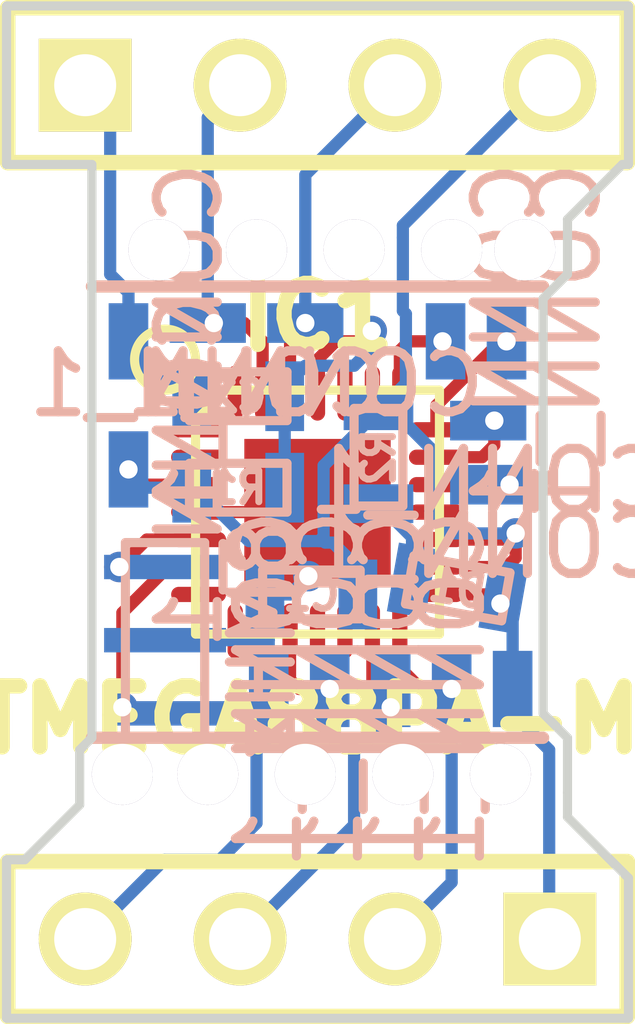
<source format=kicad_pcb>
(kicad_pcb (version 3) (host pcbnew "(2013-mar-13)-testing")

  (general
    (links 36)
    (no_connects 0)
    (area 138.526 87.6514 155.674 108.3486)
    (thickness 1.6)
    (drawings 28)
    (tracks 154)
    (zones 0)
    (modules 32)
    (nets 28)
  )

  (page A4)
  (layers
    (15 F.Cu signal)
    (0 B.Cu signal)
    (16 B.Adhes user)
    (17 F.Adhes user)
    (18 B.Paste user)
    (19 F.Paste user)
    (20 B.SilkS user)
    (21 F.SilkS user)
    (22 B.Mask user)
    (23 F.Mask user)
    (24 Dwgs.User user)
    (25 Cmts.User user)
    (26 Eco1.User user)
    (27 Eco2.User user)
    (28 Edge.Cuts user)
  )

  (setup
    (last_trace_width 0.2)
    (trace_clearance 0.199)
    (zone_clearance 0.508)
    (zone_45_only no)
    (trace_min 0.2)
    (segment_width 0.2)
    (edge_width 0.15)
    (via_size 0.5)
    (via_drill 0.3)
    (via_min_size 0.5)
    (via_min_drill 0.3)
    (uvia_size 0.508)
    (uvia_drill 0.127)
    (uvias_allowed no)
    (uvia_min_size 0.508)
    (uvia_min_drill 0.127)
    (pcb_text_width 0.3)
    (pcb_text_size 1 1)
    (mod_edge_width 0.15)
    (mod_text_size 1 1)
    (mod_text_width 0.15)
    (pad_size 1 1)
    (pad_drill 1)
    (pad_to_mask_clearance 0)
    (aux_axis_origin 147 98)
    (visible_elements 7FFFFF1F)
    (pcbplotparams
      (layerselection 3178497)
      (usegerberextensions true)
      (excludeedgelayer true)
      (linewidth 0.150000)
      (plotframeref false)
      (viasonmask false)
      (mode 1)
      (useauxorigin false)
      (hpglpennumber 1)
      (hpglpenspeed 20)
      (hpglpendiameter 15)
      (hpglpenoverlay 2)
      (psnegative false)
      (psa4output false)
      (plotreference true)
      (plotvalue true)
      (plotothertext true)
      (plotinvisibletext false)
      (padsonsilk false)
      (subtractmaskfromsilk false)
      (outputformat 1)
      (mirror false)
      (drillshape 1)
      (scaleselection 1)
      (outputdirectory ""))
  )

  (net 0 "")
  (net 1 /A0)
  (net 2 /A1)
  (net 3 /A2)
  (net 4 /A3)
  (net 5 /D11/MOSI)
  (net 6 /D12/MISO)
  (net 7 /D13/SCK)
  (net 8 /D8)
  (net 9 /DTR)
  (net 10 /RX)
  (net 11 /TX)
  (net 12 GND)
  (net 13 N-000001)
  (net 14 N-0000010)
  (net 15 N-0000012)
  (net 16 N-000002)
  (net 17 N-0000020)
  (net 18 N-0000021)
  (net 19 N-0000024)
  (net 20 N-0000027)
  (net 21 N-000003)
  (net 22 N-000004)
  (net 23 N-000005)
  (net 24 N-000006)
  (net 25 N-000007)
  (net 26 N-000008)
  (net 27 VCC)

  (net_class Default "This is the default net class."
    (clearance 0.199)
    (trace_width 0.2)
    (via_dia 0.5)
    (via_drill 0.3)
    (uvia_dia 0.508)
    (uvia_drill 0.127)
    (add_net "")
    (add_net /A0)
    (add_net /A1)
    (add_net /A2)
    (add_net /A3)
    (add_net /D11/MOSI)
    (add_net /D12/MISO)
    (add_net /D13/SCK)
    (add_net /D8)
    (add_net /DTR)
    (add_net /RX)
    (add_net /TX)
    (add_net GND)
    (add_net N-000001)
    (add_net N-0000010)
    (add_net N-0000012)
    (add_net N-000002)
    (add_net N-0000020)
    (add_net N-0000021)
    (add_net N-0000024)
    (add_net N-0000027)
    (add_net N-000003)
    (add_net N-000004)
    (add_net N-000005)
    (add_net N-000006)
    (add_net N-000007)
    (add_net N-000008)
    (add_net VCC)
  )

  (module 0603 (layer B.Cu) (tedit 51715D35) (tstamp 5362CC63)
    (at 149.3 99.25 350)
    (path /5362AE35)
    (attr smd)
    (fp_text reference D1 (at 0 0 350) (layer B.SilkS)
      (effects (font (size 0.508 0.4572) (thickness 0.1143)) (justify mirror))
    )
    (fp_text value LED (at 0 0 350) (layer B.SilkS) hide
      (effects (font (size 0.508 0.4572) (thickness 0.1143)) (justify mirror))
    )
    (fp_line (start -0.8 0.4) (end 0.8 0.4) (layer B.SilkS) (width 0.15))
    (fp_line (start 0.8 0.4) (end 0.8 -0.4) (layer B.SilkS) (width 0.15))
    (fp_line (start 0.8 -0.4) (end -0.8 -0.4) (layer B.SilkS) (width 0.15))
    (fp_line (start -0.8 -0.4) (end -0.8 0.4) (layer B.SilkS) (width 0.15))
    (pad 1 smd rect (at -0.762 0 350) (size 0.635 1.143)
      (layers B.Cu B.Paste B.Mask)
      (net 20 N-0000027)
    )
    (pad 2 smd rect (at 0.762 0 350) (size 0.635 1.143)
      (layers B.Cu B.Paste B.Mask)
      (net 7 /D13/SCK)
    )
    (model smd\resistors\R0603.wrl
      (at (xyz 0 0 0.001))
      (scale (xyz 0.5 0.5 0.5))
      (rotate (xyz 0 0 0))
    )
  )

  (module QFN28 (layer F.Cu) (tedit 5362B8E5) (tstamp 5362C8B8)
    (at 147 98)
    (path /5362B454)
    (fp_text reference IC1 (at 0 -3.2) (layer F.SilkS)
      (effects (font (size 1.00076 1.00076) (thickness 0.3048)))
    )
    (fp_text value ATMEGA88PA-MM (at 0 3.4) (layer F.SilkS)
      (effects (font (size 1.00076 1.00076) (thickness 0.3048)))
    )
    (fp_circle (center -2.5 -2.5) (end -2.5 -2) (layer F.SilkS) (width 0.15))
    (fp_line (start -2 2) (end -2 -1.5) (layer F.SilkS) (width 0.15))
    (fp_line (start -2 -1.5) (end -1.5 -2) (layer F.SilkS) (width 0.15))
    (fp_line (start -1.5 -2) (end 2 -2) (layer F.SilkS) (width 0.15))
    (fp_line (start -2 2) (end 2 2) (layer F.SilkS) (width 0.15))
    (fp_line (start 2 2) (end 2 -2) (layer F.SilkS) (width 0.15))
    (pad 1 smd oval (at -1.95 -1.35) (size 0.9 0.25)
      (layers F.Cu F.Paste F.Mask)
      (net 16 N-000002)
    )
    (pad 2 smd oval (at -1.95 -0.9) (size 0.9 0.25)
      (layers F.Cu F.Paste F.Mask)
      (net 21 N-000003)
    )
    (pad 3 smd oval (at -1.95 -0.45) (size 0.9 0.25)
      (layers F.Cu F.Paste F.Mask)
      (net 27 VCC)
    )
    (pad 4 smd oval (at -1.95 0) (size 0.9 0.25)
      (layers F.Cu F.Paste F.Mask)
      (net 12 GND)
    )
    (pad 5 smd oval (at -1.95 0.45) (size 0.9 0.25)
      (layers F.Cu F.Paste F.Mask)
      (net 22 N-000004)
    )
    (pad 6 smd oval (at -1.95 0.9) (size 0.9 0.25)
      (layers F.Cu F.Paste F.Mask)
      (net 14 N-0000010)
    )
    (pad 7 smd oval (at -1.95 1.35) (size 0.9 0.25)
      (layers F.Cu F.Paste F.Mask)
      (net 23 N-000005)
    )
    (pad 8 smd oval (at -1.35 1.95 90) (size 0.9 0.25)
      (layers F.Cu F.Paste F.Mask)
      (net 24 N-000006)
    )
    (pad 9 smd oval (at -0.9 1.95 90) (size 0.9 0.25)
      (layers F.Cu F.Paste F.Mask)
      (net 13 N-000001)
    )
    (pad 10 smd oval (at -0.45 1.95 90) (size 0.9 0.25)
      (layers F.Cu F.Paste F.Mask)
      (net 8 /D8)
    )
    (pad 11 smd oval (at 0 1.95 90) (size 0.9 0.25)
      (layers F.Cu F.Paste F.Mask)
      (net 25 N-000007)
    )
    (pad 12 smd oval (at 0.45 1.95 90) (size 0.9 0.25)
      (layers F.Cu F.Paste F.Mask)
      (net 26 N-000008)
    )
    (pad 13 smd oval (at 0.9 1.95 90) (size 0.9 0.25)
      (layers F.Cu F.Paste F.Mask)
      (net 5 /D11/MOSI)
    )
    (pad 14 smd oval (at 1.35 1.95 90) (size 0.9 0.25)
      (layers F.Cu F.Paste F.Mask)
      (net 6 /D12/MISO)
    )
    (pad 15 smd oval (at 1.95 1.35) (size 0.9 0.25)
      (layers F.Cu F.Paste F.Mask)
      (net 7 /D13/SCK)
    )
    (pad 16 smd oval (at 1.95 0.9) (size 0.9 0.25)
      (layers F.Cu F.Paste F.Mask)
      (net 27 VCC)
    )
    (pad 17 smd oval (at 1.95 0.45) (size 0.9 0.25)
      (layers F.Cu F.Paste F.Mask)
      (net 27 VCC)
    )
    (pad 18 smd oval (at 1.95 0) (size 0.9 0.25)
      (layers F.Cu F.Paste F.Mask)
      (net 12 GND)
    )
    (pad 19 smd oval (at 1.95 -0.45) (size 0.9 0.25)
      (layers F.Cu F.Paste F.Mask)
      (net 1 /A0)
    )
    (pad 20 smd oval (at 1.95 -0.9) (size 0.9 0.25)
      (layers F.Cu F.Paste F.Mask)
      (net 2 /A1)
    )
    (pad 21 smd oval (at 1.95 -1.35) (size 0.9 0.25)
      (layers F.Cu F.Paste F.Mask)
      (net 3 /A2)
    )
    (pad 22 smd oval (at 1.35 -1.95 90) (size 0.9 0.25)
      (layers F.Cu F.Paste F.Mask)
      (net 4 /A3)
    )
    (pad 23 smd oval (at 0.9 -1.95 90) (size 0.9 0.25)
      (layers F.Cu F.Paste F.Mask)
      (net 15 N-0000012)
    )
    (pad 24 smd oval (at 0.45 -1.95 90) (size 0.9 0.25)
      (layers F.Cu F.Paste F.Mask)
      (net 17 N-0000020)
    )
    (pad 25 smd oval (at 0 -1.95 90) (size 0.9 0.25)
      (layers F.Cu F.Paste F.Mask)
      (net 18 N-0000021)
    )
    (pad 26 smd oval (at -0.45 -1.95 90) (size 0.9 0.25)
      (layers F.Cu F.Paste F.Mask)
      (net 10 /RX)
    )
    (pad 27 smd oval (at -0.9 -1.95 90) (size 0.9 0.25)
      (layers F.Cu F.Paste F.Mask)
      (net 11 /TX)
    )
    (pad 28 smd oval (at -1.35 -1.95 90) (size 0.9 0.25)
      (layers F.Cu F.Paste F.Mask)
      (net 19 N-0000024)
    )
    (pad 0 smd rect (at 0 0) (size 2.4 2.4)
      (layers F.Cu F.Paste F.Mask)
      (net 12 GND)
    )
    (model smd/qfn28.wrl
      (at (xyz 0 0 0))
      (scale (xyz 1 1 1))
      (rotate (xyz 0 0 0))
    )
  )

  (module conn_1_0.65x1.25mm (layer B.Cu) (tedit 5362B223) (tstamp 5362C8BD)
    (at 147.2 100.9 270)
    (path /5362AE9B)
    (fp_text reference P1 (at 0 -1 270) (layer B.SilkS) hide
      (effects (font (size 1 1) (thickness 0.15)) (justify mirror))
    )
    (fp_text value CONN_1 (at 0 1 270) (layer B.SilkS)
      (effects (font (size 1 1) (thickness 0.15)) (justify mirror))
    )
    (pad 1 smd rect (at 0 0 270) (size 1.25 0.65)
      (layers B.Cu B.Mask)
      (net 8 /D8)
    )
  )

  (module conn_1_0.65x1.25mm (layer B.Cu) (tedit 5362B223) (tstamp 5362C8C2)
    (at 148.2 100.9 90)
    (path /5362AE95)
    (fp_text reference P2 (at 0 -1 90) (layer B.SilkS) hide
      (effects (font (size 1 1) (thickness 0.15)) (justify mirror))
    )
    (fp_text value CONN_1 (at 0 1 90) (layer B.SilkS)
      (effects (font (size 1 1) (thickness 0.15)) (justify mirror))
    )
    (pad 1 smd rect (at 0 0 90) (size 1.25 0.65)
      (layers B.Cu B.Mask)
      (net 5 /D11/MOSI)
    )
  )

  (module conn_1_0.65x1.25mm (layer B.Cu) (tedit 5362B223) (tstamp 5362C8C7)
    (at 149.2 100.9 270)
    (path /5362AE8F)
    (fp_text reference P3 (at 0 -1 270) (layer B.SilkS) hide
      (effects (font (size 1 1) (thickness 0.15)) (justify mirror))
    )
    (fp_text value CONN_1 (at 0 1 270) (layer B.SilkS)
      (effects (font (size 1 1) (thickness 0.15)) (justify mirror))
    )
    (pad 1 smd rect (at 0 0 270) (size 1.25 0.65)
      (layers B.Cu B.Mask)
      (net 6 /D12/MISO)
    )
  )

  (module conn_1_0.65x1.25mm (layer B.Cu) (tedit 5362B223) (tstamp 5362C8CC)
    (at 150.2 100.9 270)
    (path /5362AE78)
    (fp_text reference P4 (at 0 -1 270) (layer B.SilkS) hide
      (effects (font (size 1 1) (thickness 0.15)) (justify mirror))
    )
    (fp_text value CONN_1 (at 0 1 270) (layer B.SilkS)
      (effects (font (size 1 1) (thickness 0.15)) (justify mirror))
    )
    (pad 1 smd rect (at 0 0 270) (size 1.25 0.65)
      (layers B.Cu B.Mask)
      (net 7 /D13/SCK)
    )
  )

  (module conn_1_0.65x1.25mm (layer B.Cu) (tedit 5362B223) (tstamp 5362C8D1)
    (at 149.8 97.55)
    (path /5362AEB3)
    (fp_text reference P5 (at 0 -1) (layer B.SilkS) hide
      (effects (font (size 1 1) (thickness 0.15)) (justify mirror))
    )
    (fp_text value CONN_1 (at 0 1) (layer B.SilkS)
      (effects (font (size 1 1) (thickness 0.15)) (justify mirror))
    )
    (pad 1 smd rect (at 0 0) (size 1.25 0.65)
      (layers B.Cu B.Mask)
      (net 1 /A0)
    )
  )

  (module conn_1_0.65x1.25mm (layer B.Cu) (tedit 5362B223) (tstamp 5362C8D6)
    (at 149.8 96.5)
    (path /5362AEAD)
    (fp_text reference P6 (at 0 -1) (layer B.SilkS) hide
      (effects (font (size 1 1) (thickness 0.15)) (justify mirror))
    )
    (fp_text value CONN_1 (at 0 1) (layer B.SilkS)
      (effects (font (size 1 1) (thickness 0.15)) (justify mirror))
    )
    (pad 1 smd rect (at 0 0) (size 1.25 0.65)
      (layers B.Cu B.Mask)
      (net 2 /A1)
    )
  )

  (module conn_1_0.65x1.25mm (layer B.Cu) (tedit 5362B223) (tstamp 5362C8DB)
    (at 150.1 95.2 90)
    (path /5362AEA7)
    (fp_text reference P7 (at 0 -1 90) (layer B.SilkS) hide
      (effects (font (size 1 1) (thickness 0.15)) (justify mirror))
    )
    (fp_text value CONN_1 (at 0 1 90) (layer B.SilkS)
      (effects (font (size 1 1) (thickness 0.15)) (justify mirror))
    )
    (pad 1 smd rect (at 0 0 90) (size 1.25 0.65)
      (layers B.Cu B.Mask)
      (net 3 /A2)
    )
  )

  (module conn_1_0.65x1.25mm (layer B.Cu) (tedit 5362B223) (tstamp 5362C8E0)
    (at 149.1 95.2 90)
    (path /5362AEA1)
    (fp_text reference P8 (at 0 -1 90) (layer B.SilkS) hide
      (effects (font (size 1 1) (thickness 0.15)) (justify mirror))
    )
    (fp_text value CONN_1 (at 0 1 90) (layer B.SilkS)
      (effects (font (size 1 1) (thickness 0.15)) (justify mirror))
    )
    (pad 1 smd rect (at 0 0 90) (size 1.25 0.65)
      (layers B.Cu B.Mask)
      (net 4 /A3)
    )
  )

  (module conn_1_0.65x1.25mm (layer B.Cu) (tedit 5362B223) (tstamp 5362C8E5)
    (at 143.9 95.2 90)
    (path /5362ACD1)
    (fp_text reference P9 (at 0 -1 90) (layer B.SilkS) hide
      (effects (font (size 1 1) (thickness 0.15)) (justify mirror))
    )
    (fp_text value CONN_1 (at 0 1 90) (layer B.SilkS)
      (effects (font (size 1 1) (thickness 0.15)) (justify mirror))
    )
    (pad 1 smd rect (at 0 0 90) (size 1.25 0.65)
      (layers B.Cu B.Mask)
      (net 9 /DTR)
    )
  )

  (module conn_1_0.65x1.25mm (layer B.Cu) (tedit 5362B223) (tstamp 5362C8EA)
    (at 145.2 94.9)
    (path /5362ACE0)
    (fp_text reference P10 (at 0 -1) (layer B.SilkS) hide
      (effects (font (size 1 1) (thickness 0.15)) (justify mirror))
    )
    (fp_text value CONN_1 (at 0 1) (layer B.SilkS)
      (effects (font (size 1 1) (thickness 0.15)) (justify mirror))
    )
    (pad 1 smd rect (at 0 0) (size 1.25 0.65)
      (layers B.Cu B.Mask)
      (net 11 /TX)
    )
  )

  (module conn_1_0.65x1.25mm (layer B.Cu) (tedit 5362B223) (tstamp 5362C8EF)
    (at 146.8 94.9)
    (path /5362ACED)
    (fp_text reference P11 (at 0 -1) (layer B.SilkS) hide
      (effects (font (size 1 1) (thickness 0.15)) (justify mirror))
    )
    (fp_text value CONN_1 (at 0 1) (layer B.SilkS)
      (effects (font (size 1 1) (thickness 0.15)) (justify mirror))
    )
    (pad 1 smd rect (at 0 0) (size 1.25 0.65)
      (layers B.Cu B.Mask)
      (net 10 /RX)
    )
  )

  (module conn_1_0.65x1.25mm (layer B.Cu) (tedit 5362B223) (tstamp 5362C8F4)
    (at 143.9 97.3 90)
    (path /5362ACF3)
    (fp_text reference P12 (at 0 -1 90) (layer B.SilkS) hide
      (effects (font (size 1 1) (thickness 0.15)) (justify mirror))
    )
    (fp_text value CONN_1 (at 0 1 90) (layer B.SilkS)
      (effects (font (size 1 1) (thickness 0.15)) (justify mirror))
    )
    (pad 1 smd rect (at 0 0 90) (size 1.25 0.65)
      (layers B.Cu B.Mask)
      (net 27 VCC)
    )
  )

  (module conn_1_0.65x1.25mm (layer B.Cu) (tedit 5362B223) (tstamp 5362C8F9)
    (at 146.2 100.9 90)
    (path /5362ACF9)
    (fp_text reference P13 (at 0 -1 90) (layer B.SilkS) hide
      (effects (font (size 1 1) (thickness 0.15)) (justify mirror))
    )
    (fp_text value CONN_1 (at 0 1 90) (layer B.SilkS)
      (effects (font (size 1 1) (thickness 0.15)) (justify mirror))
    )
    (pad 1 smd rect (at 0 0 90) (size 1.25 0.65)
      (layers B.Cu B.Mask)
      (net 12 GND)
    )
  )

  (module RESONATOR_3.2x1.3mm (layer B.Cu) (tedit 5362B3AE) (tstamp 5362C91C)
    (at 144.5 100.1 90)
    (path /5362AD1F)
    (fp_text reference X1 (at 0 -1.8 90) (layer B.SilkS) hide
      (effects (font (size 1 1) (thickness 0.15)) (justify mirror))
    )
    (fp_text value 8MHz (at 0 1.6 90) (layer B.SilkS)
      (effects (font (size 1 1) (thickness 0.15)) (justify mirror))
    )
    (fp_line (start -1.6 0.65) (end 1.6 0.65) (layer B.SilkS) (width 0.15))
    (fp_line (start 1.6 0.65) (end 1.6 -0.65) (layer B.SilkS) (width 0.15))
    (fp_line (start 1.6 -0.65) (end -1.6 -0.65) (layer B.SilkS) (width 0.15))
    (fp_line (start -1.6 -0.65) (end -1.6 0.65) (layer B.SilkS) (width 0.15))
    (pad 1 smd rect (at -1.2 0 90) (size 0.4 2)
      (layers B.Cu B.Mask)
      (net 14 N-0000010)
    )
    (pad 2 smd rect (at 0 0 90) (size 0.4 2)
      (layers B.Cu B.Mask)
      (net 12 GND)
    )
    (pad 3 smd rect (at 1.2 0 90) (size 0.4 2)
      (layers B.Cu B.Mask)
      (net 22 N-000004)
    )
  )

  (module 0603 (layer B.Cu) (tedit 51715D35) (tstamp 5362CB19)
    (at 146.9 99.35)
    (path /5362AD91)
    (attr smd)
    (fp_text reference C1 (at 0 0) (layer B.SilkS)
      (effects (font (size 0.508 0.4572) (thickness 0.1143)) (justify mirror))
    )
    (fp_text value 100n (at 0 0) (layer B.SilkS) hide
      (effects (font (size 0.508 0.4572) (thickness 0.1143)) (justify mirror))
    )
    (fp_line (start -0.8 0.4) (end 0.8 0.4) (layer B.SilkS) (width 0.15))
    (fp_line (start 0.8 0.4) (end 0.8 -0.4) (layer B.SilkS) (width 0.15))
    (fp_line (start 0.8 -0.4) (end -0.8 -0.4) (layer B.SilkS) (width 0.15))
    (fp_line (start -0.8 -0.4) (end -0.8 0.4) (layer B.SilkS) (width 0.15))
    (pad 1 smd rect (at -0.762 0) (size 0.635 1.143)
      (layers B.Cu B.Paste B.Mask)
      (net 12 GND)
    )
    (pad 2 smd rect (at 0.762 0) (size 0.635 1.143)
      (layers B.Cu B.Paste B.Mask)
      (net 27 VCC)
    )
    (model smd\resistors\R0603.wrl
      (at (xyz 0 0 0.001))
      (scale (xyz 0.5 0.5 0.5))
      (rotate (xyz 0 0 0))
    )
  )

  (module 0603 (layer B.Cu) (tedit 51715D35) (tstamp 5362CB22)
    (at 145.7 96.1)
    (path /5362ACBD)
    (attr smd)
    (fp_text reference C2 (at 0 0) (layer B.SilkS)
      (effects (font (size 0.508 0.4572) (thickness 0.1143)) (justify mirror))
    )
    (fp_text value 100n (at 0 0) (layer B.SilkS) hide
      (effects (font (size 0.508 0.4572) (thickness 0.1143)) (justify mirror))
    )
    (fp_line (start -0.8 0.4) (end 0.8 0.4) (layer B.SilkS) (width 0.15))
    (fp_line (start 0.8 0.4) (end 0.8 -0.4) (layer B.SilkS) (width 0.15))
    (fp_line (start 0.8 -0.4) (end -0.8 -0.4) (layer B.SilkS) (width 0.15))
    (fp_line (start -0.8 -0.4) (end -0.8 0.4) (layer B.SilkS) (width 0.15))
    (pad 1 smd rect (at -0.762 0) (size 0.635 1.143)
      (layers B.Cu B.Paste B.Mask)
      (net 9 /DTR)
    )
    (pad 2 smd rect (at 0.762 0) (size 0.635 1.143)
      (layers B.Cu B.Paste B.Mask)
      (net 18 N-0000021)
    )
    (model smd\resistors\R0603.wrl
      (at (xyz 0 0 0.001))
      (scale (xyz 0.5 0.5 0.5))
      (rotate (xyz 0 0 0))
    )
  )

  (module 0603 (layer B.Cu) (tedit 51715D35) (tstamp 5362CB2B)
    (at 145.7 97.6 180)
    (path /5362AC9A)
    (attr smd)
    (fp_text reference R1 (at 0 0 180) (layer B.SilkS)
      (effects (font (size 0.508 0.4572) (thickness 0.1143)) (justify mirror))
    )
    (fp_text value 10k (at 0 0 180) (layer B.SilkS) hide
      (effects (font (size 0.508 0.4572) (thickness 0.1143)) (justify mirror))
    )
    (fp_line (start -0.8 0.4) (end 0.8 0.4) (layer B.SilkS) (width 0.15))
    (fp_line (start 0.8 0.4) (end 0.8 -0.4) (layer B.SilkS) (width 0.15))
    (fp_line (start 0.8 -0.4) (end -0.8 -0.4) (layer B.SilkS) (width 0.15))
    (fp_line (start -0.8 -0.4) (end -0.8 0.4) (layer B.SilkS) (width 0.15))
    (pad 1 smd rect (at -0.762 0 180) (size 0.635 1.143)
      (layers B.Cu B.Paste B.Mask)
      (net 18 N-0000021)
    )
    (pad 2 smd rect (at 0.762 0 180) (size 0.635 1.143)
      (layers B.Cu B.Paste B.Mask)
      (net 27 VCC)
    )
    (model smd\resistors\R0603.wrl
      (at (xyz 0 0 0.001))
      (scale (xyz 0.5 0.5 0.5))
      (rotate (xyz 0 0 0))
    )
  )

  (module 0603 (layer B.Cu) (tedit 51715D35) (tstamp 5362CB34)
    (at 148 97.1 90)
    (path /5362AE55)
    (attr smd)
    (fp_text reference R2 (at 0 0 90) (layer B.SilkS)
      (effects (font (size 0.508 0.4572) (thickness 0.1143)) (justify mirror))
    )
    (fp_text value 1k (at 0 0 90) (layer B.SilkS) hide
      (effects (font (size 0.508 0.4572) (thickness 0.1143)) (justify mirror))
    )
    (fp_line (start -0.8 0.4) (end 0.8 0.4) (layer B.SilkS) (width 0.15))
    (fp_line (start 0.8 0.4) (end 0.8 -0.4) (layer B.SilkS) (width 0.15))
    (fp_line (start 0.8 -0.4) (end -0.8 -0.4) (layer B.SilkS) (width 0.15))
    (fp_line (start -0.8 -0.4) (end -0.8 0.4) (layer B.SilkS) (width 0.15))
    (pad 1 smd rect (at -0.762 0 90) (size 0.635 1.143)
      (layers B.Cu B.Paste B.Mask)
      (net 20 N-0000027)
    )
    (pad 2 smd rect (at 0.762 0 90) (size 0.635 1.143)
      (layers B.Cu B.Paste B.Mask)
      (net 27 VCC)
    )
    (model smd\resistors\R0603.wrl
      (at (xyz 0 0 0.001))
      (scale (xyz 0.5 0.5 0.5))
      (rotate (xyz 0 0 0))
    )
  )

  (module conn_4 (layer F.Cu) (tedit 4C10F42E) (tstamp 5362CFC1)
    (at 147 105 180)
    (descr "Double rangee de contacts 2 x 5 pins")
    (tags CONN)
    (path /5362C484)
    (fp_text reference P14 (at 0 -2.54 180) (layer F.SilkS)
      (effects (font (size 1.016 1.016) (thickness 0.2032)))
    )
    (fp_text value CONN_4 (at 0 2.54 180) (layer F.SilkS) hide
      (effects (font (size 1.016 1.016) (thickness 0.2032)))
    )
    (fp_line (start 5.08 1.27) (end -5.08 1.27) (layer F.SilkS) (width 0.254))
    (fp_line (start 5.08 -1.27) (end -5.08 -1.27) (layer F.SilkS) (width 0.254))
    (fp_line (start -5.08 -1.27) (end -5.08 1.27) (layer F.SilkS) (width 0.254))
    (fp_line (start 5.08 1.27) (end 5.08 -1.27) (layer F.SilkS) (width 0.254))
    (pad 1 thru_hole rect (at -3.81 0 180) (size 1.524 1.524) (drill 1.016)
      (layers *.Cu *.Mask F.SilkS)
      (net 7 /D13/SCK)
    )
    (pad 2 thru_hole circle (at -1.27 0 180) (size 1.524 1.524) (drill 1.016)
      (layers *.Cu *.Mask F.SilkS)
      (net 6 /D12/MISO)
    )
    (pad 3 thru_hole circle (at 1.27 0 180) (size 1.524 1.524) (drill 1.016)
      (layers *.Cu *.Mask F.SilkS)
      (net 5 /D11/MOSI)
    )
    (pad 4 thru_hole circle (at 3.81 0 180) (size 1.524 1.524) (drill 1.016)
      (layers *.Cu *.Mask F.SilkS)
      (net 12 GND)
    )
    (model pin_array\pins_array_4x1.wrl
      (at (xyz 0 0 0))
      (scale (xyz 1 1 1))
      (rotate (xyz 0 0 0))
    )
  )

  (module conn_4 (layer F.Cu) (tedit 4C10F42E) (tstamp 5362CFCD)
    (at 147 91)
    (descr "Double rangee de contacts 2 x 5 pins")
    (tags CONN)
    (path /5362C3C4)
    (fp_text reference P15 (at 0 -2.54) (layer F.SilkS)
      (effects (font (size 1.016 1.016) (thickness 0.2032)))
    )
    (fp_text value CONN_4 (at 0 2.54) (layer F.SilkS) hide
      (effects (font (size 1.016 1.016) (thickness 0.2032)))
    )
    (fp_line (start 5.08 1.27) (end -5.08 1.27) (layer F.SilkS) (width 0.254))
    (fp_line (start 5.08 -1.27) (end -5.08 -1.27) (layer F.SilkS) (width 0.254))
    (fp_line (start -5.08 -1.27) (end -5.08 1.27) (layer F.SilkS) (width 0.254))
    (fp_line (start 5.08 1.27) (end 5.08 -1.27) (layer F.SilkS) (width 0.254))
    (pad 1 thru_hole rect (at -3.81 0) (size 1.524 1.524) (drill 1.016)
      (layers *.Cu *.Mask F.SilkS)
      (net 9 /DTR)
    )
    (pad 2 thru_hole circle (at -1.27 0) (size 1.524 1.524) (drill 1.016)
      (layers *.Cu *.Mask F.SilkS)
      (net 11 /TX)
    )
    (pad 3 thru_hole circle (at 1.27 0) (size 1.524 1.524) (drill 1.016)
      (layers *.Cu *.Mask F.SilkS)
      (net 10 /RX)
    )
    (pad 4 thru_hole circle (at 3.81 0) (size 1.524 1.524) (drill 1.016)
      (layers *.Cu *.Mask F.SilkS)
      (net 27 VCC)
    )
    (model pin_array\pins_array_4x1.wrl
      (at (xyz 0 0 0))
      (scale (xyz 1 1 1))
      (rotate (xyz 0 0 0))
    )
  )

  (module drill_1mm (layer F.Cu) (tedit 5362C497) (tstamp 5362D90F)
    (at 146 93.7)
    (fp_text reference drill_1mm (at 0 -1.5) (layer F.SilkS) hide
      (effects (font (size 1 1) (thickness 0.15)))
    )
    (fp_text value VAL** (at 0 1.5) (layer F.SilkS) hide
      (effects (font (size 1 1) (thickness 0.15)))
    )
    (pad "" thru_hole circle (at 0 0) (size 1 1) (drill 1)
      (layers *.Cu)
    )
  )

  (module drill_1mm (layer F.Cu) (tedit 5362C497) (tstamp 5362D925)
    (at 147.6 93.7)
    (fp_text reference drill_1mm (at 0 -1.5) (layer F.SilkS) hide
      (effects (font (size 1 1) (thickness 0.15)))
    )
    (fp_text value VAL** (at 0 1.5) (layer F.SilkS) hide
      (effects (font (size 1 1) (thickness 0.15)))
    )
    (pad "" thru_hole circle (at 0 0) (size 1 1) (drill 1)
      (layers *.Cu)
    )
  )

  (module drill_1mm (layer F.Cu) (tedit 5362C497) (tstamp 5362D936)
    (at 149.2 93.7)
    (fp_text reference drill_1mm (at 0 -1.5) (layer F.SilkS) hide
      (effects (font (size 1 1) (thickness 0.15)))
    )
    (fp_text value VAL** (at 0 1.5) (layer F.SilkS) hide
      (effects (font (size 1 1) (thickness 0.15)))
    )
    (pad "" thru_hole circle (at 0 0) (size 1 1) (drill 1)
      (layers *.Cu)
    )
  )

  (module drill_1mm (layer F.Cu) (tedit 5362C497) (tstamp 5362D948)
    (at 144.4 93.7)
    (fp_text reference drill_1mm (at 0 -1.5) (layer F.SilkS) hide
      (effects (font (size 1 1) (thickness 0.15)))
    )
    (fp_text value VAL** (at 0 1.5) (layer F.SilkS) hide
      (effects (font (size 1 1) (thickness 0.15)))
    )
    (pad "" thru_hole circle (at 0 0) (size 1 1) (drill 1)
      (layers *.Cu)
    )
  )

  (module drill_1mm (layer F.Cu) (tedit 5362C497) (tstamp 5362D968)
    (at 150 102.3)
    (fp_text reference drill_1mm (at 0 -1.5) (layer F.SilkS) hide
      (effects (font (size 1 1) (thickness 0.15)))
    )
    (fp_text value VAL** (at 0 1.5) (layer F.SilkS) hide
      (effects (font (size 1 1) (thickness 0.15)))
    )
    (pad "" thru_hole circle (at 0 0) (size 1 1) (drill 1)
      (layers *.Cu)
    )
  )

  (module drill_1mm (layer F.Cu) (tedit 5362C497) (tstamp 5362D976)
    (at 148.4 102.3)
    (fp_text reference drill_1mm (at 0 -1.5) (layer F.SilkS) hide
      (effects (font (size 1 1) (thickness 0.15)))
    )
    (fp_text value VAL** (at 0 1.5) (layer F.SilkS) hide
      (effects (font (size 1 1) (thickness 0.15)))
    )
    (pad "" thru_hole circle (at 0 0) (size 1 1) (drill 1)
      (layers *.Cu)
    )
  )

  (module drill_1mm (layer F.Cu) (tedit 5362C497) (tstamp 5362D97F)
    (at 146.8 102.3)
    (fp_text reference drill_1mm (at 0 -1.5) (layer F.SilkS) hide
      (effects (font (size 1 1) (thickness 0.15)))
    )
    (fp_text value VAL** (at 0 1.5) (layer F.SilkS) hide
      (effects (font (size 1 1) (thickness 0.15)))
    )
    (pad "" thru_hole circle (at 0 0) (size 1 1) (drill 1)
      (layers *.Cu)
    )
  )

  (module drill_1mm (layer F.Cu) (tedit 5362C497) (tstamp 5362D9C7)
    (at 145.2 102.3)
    (fp_text reference drill_1mm (at 0 -1.5) (layer F.SilkS) hide
      (effects (font (size 1 1) (thickness 0.15)))
    )
    (fp_text value VAL** (at 0 1.5) (layer F.SilkS) hide
      (effects (font (size 1 1) (thickness 0.15)))
    )
    (pad "" thru_hole circle (at 0 0) (size 1 1) (drill 1)
      (layers *.Cu)
    )
  )

  (module drill_1mm (layer F.Cu) (tedit 5362C497) (tstamp 5362D9DC)
    (at 143.8 102.3)
    (fp_text reference drill_1mm (at 0 -1.5) (layer F.SilkS) hide
      (effects (font (size 1 1) (thickness 0.15)))
    )
    (fp_text value VAL** (at 0 1.5) (layer F.SilkS) hide
      (effects (font (size 1 1) (thickness 0.15)))
    )
    (pad "" thru_hole circle (at 0 0) (size 1 1) (drill 1)
      (layers *.Cu)
    )
  )

  (module drill_1mm (layer F.Cu) (tedit 5362C497) (tstamp 5362D9ED)
    (at 150.4 93.7)
    (fp_text reference drill_1mm (at 0 -1.5) (layer F.SilkS) hide
      (effects (font (size 1 1) (thickness 0.15)))
    )
    (fp_text value VAL** (at 0 1.5) (layer F.SilkS) hide
      (effects (font (size 1 1) (thickness 0.15)))
    )
    (pad "" thru_hole circle (at 0 0) (size 1 1) (drill 1)
      (layers *.Cu)
    )
  )

  (gr_line (start 151.1 103) (end 151.1 102.6) (angle 90) (layer Edge.Cuts) (width 0.15))
  (gr_line (start 152.1 104) (end 151.1 103) (angle 90) (layer Edge.Cuts) (width 0.15))
  (gr_line (start 151.1 101.7) (end 151.1 102.6) (angle 90) (layer Edge.Cuts) (width 0.15))
  (gr_line (start 150.7 101.3) (end 151.1 101.7) (angle 90) (layer Edge.Cuts) (width 0.15))
  (gr_line (start 150.7 94.5) (end 150.7 101.3) (angle 90) (layer Edge.Cuts) (width 0.15))
  (gr_line (start 152 92.3) (end 152.1 92.3) (angle 90) (layer Edge.Cuts) (width 0.15))
  (gr_line (start 151.1 93.2) (end 152 92.3) (angle 90) (layer Edge.Cuts) (width 0.15))
  (gr_line (start 151.1 94.1) (end 151.1 93.2) (angle 90) (layer Edge.Cuts) (width 0.15))
  (gr_line (start 150.7 94.5) (end 151.1 94.1) (angle 90) (layer Edge.Cuts) (width 0.15))
  (gr_line (start 142.2 103.7) (end 141.9 103.7) (angle 90) (layer Edge.Cuts) (width 0.15))
  (gr_line (start 143.1 102.8) (end 142.2 103.7) (angle 90) (layer Edge.Cuts) (width 0.15))
  (gr_line (start 143.1 101.9) (end 143.1 102.8) (angle 90) (layer Edge.Cuts) (width 0.15))
  (gr_line (start 143.3 101.7) (end 143.1 101.9) (angle 90) (layer Edge.Cuts) (width 0.15))
  (gr_line (start 152.1 104) (end 152.1 106.3) (angle 90) (layer Edge.Cuts) (width 0.15))
  (gr_line (start 143.3 92.3) (end 142.8 92.3) (angle 90) (layer Edge.Cuts) (width 0.15))
  (gr_line (start 143.3 93.9) (end 143.3 92.3) (angle 90) (layer Edge.Cuts) (width 0.15))
  (gr_line (start 143.3 94.3) (end 143.3 93.9) (angle 90) (layer Edge.Cuts) (width 0.15))
  (gr_line (start 141.9 92.3) (end 142.8 92.3) (angle 90) (layer Edge.Cuts) (width 0.15))
  (gr_line (start 141.9 89.7) (end 141.9 92.3) (angle 90) (layer Edge.Cuts) (width 0.15))
  (gr_line (start 152.1 89.7) (end 141.9 89.7) (angle 90) (layer Edge.Cuts) (width 0.15))
  (gr_line (start 152.1 92.3) (end 152.1 89.7) (angle 90) (layer Edge.Cuts) (width 0.15))
  (gr_line (start 141.9 106.3) (end 152.1 106.3) (angle 90) (layer Edge.Cuts) (width 0.15))
  (gr_line (start 141.9 103.7) (end 141.9 106.3) (angle 90) (layer Edge.Cuts) (width 0.15))
  (gr_line (start 143.3 94.3) (end 150.7 94.3) (angle 90) (layer F.SilkS) (width 0.2))
  (gr_line (start 150.7 101.7) (end 143.3 101.7) (angle 90) (layer F.SilkS) (width 0.2))
  (gr_line (start 150.7 94.3) (end 143.3 94.3) (angle 90) (layer B.SilkS) (width 0.2))
  (gr_line (start 143.3 101.7) (end 150.7 101.7) (angle 90) (layer B.SilkS) (width 0.2))
  (gr_line (start 143.3 101.7) (end 143.3 94.3) (angle 90) (layer Edge.Cuts) (width 0.15))

  (segment (start 148.95 97.55) (end 150.15 97.55) (width 0.2) (layer F.Cu) (net 1))
  (segment (start 150.15 97.55) (end 149.8 97.55) (width 0.2) (layer B.Cu) (net 1) (tstamp 5362CECE))
  (via (at 150.15 97.55) (size 0.5) (layers F.Cu B.Cu) (net 1))
  (segment (start 148.95 97.1) (end 149.7 97.1) (width 0.2) (layer F.Cu) (net 2))
  (segment (start 149.9 96.5) (end 149.8 96.5) (width 0.2) (layer B.Cu) (net 2) (tstamp 5362CA0C) (status 30))
  (via (at 149.9 96.5) (size 0.5) (layers F.Cu B.Cu) (net 2) (status 30))
  (segment (start 149.9 96.9) (end 149.9 96.6) (width 0.2) (layer F.Cu) (net 2) (tstamp 5362CA09))
  (segment (start 149.7 97.1) (end 149.9 96.9) (width 0.2) (layer F.Cu) (net 2) (tstamp 5362CA08))
  (segment (start 148.95 96.65) (end 148.95 96.25) (width 0.2) (layer F.Cu) (net 3))
  (via (at 150.1 95.2) (size 0.5) (layers F.Cu B.Cu) (net 3))
  (segment (start 150 95.2) (end 150.1 95.2) (width 0.2) (layer F.Cu) (net 3) (tstamp 5362CA10))
  (segment (start 148.95 96.25) (end 150 95.2) (width 0.2) (layer F.Cu) (net 3) (tstamp 5362CA0F))
  (segment (start 148.35 96.05) (end 148.35 95.35) (width 0.2) (layer F.Cu) (net 4))
  (via (at 149.05 95.2) (size 0.5) (layers F.Cu B.Cu) (net 4))
  (segment (start 148.5 95.2) (end 149.05 95.2) (width 0.2) (layer F.Cu) (net 4) (tstamp 5362CA16))
  (segment (start 148.35 95.35) (end 148.5 95.2) (width 0.2) (layer F.Cu) (net 4) (tstamp 5362CA15))
  (segment (start 145.73 105) (end 147.6 103.13) (width 0.2) (layer B.Cu) (net 5))
  (segment (start 148.2 101.3) (end 147.6 101.9) (width 0.2) (layer B.Cu) (net 5) (tstamp 5362D99F))
  (segment (start 148.2 101.3) (end 148.2 100.9) (width 0.2) (layer B.Cu) (net 5))
  (segment (start 147.6 103.13) (end 147.6 101.9) (width 0.2) (layer B.Cu) (net 5) (tstamp 5362D9B5))
  (segment (start 147.9 99.95) (end 147.9 100.9) (width 0.2) (layer F.Cu) (net 5))
  (segment (start 148.2 101.2) (end 148.2 100.9) (width 0.2) (layer B.Cu) (net 5) (tstamp 5362CA35))
  (via (at 148.2 101.2) (size 0.5) (layers F.Cu B.Cu) (net 5))
  (segment (start 147.9 100.9) (end 148.2 101.2) (width 0.2) (layer F.Cu) (net 5) (tstamp 5362CA33))
  (segment (start 149.2 103.4) (end 149.2 104.07) (width 0.2) (layer B.Cu) (net 6))
  (segment (start 149.2 100.9) (end 149.2 103.4) (width 0.2) (layer B.Cu) (net 6))
  (segment (start 149.2 104.07) (end 148.27 105) (width 0.2) (layer B.Cu) (net 6) (tstamp 5362D9A8))
  (segment (start 148.27 105) (end 148.3 104.97) (width 0.2) (layer B.Cu) (net 6))
  (segment (start 148.35 99.95) (end 148.35 100.55) (width 0.2) (layer F.Cu) (net 6))
  (via (at 149.2 100.9) (size 0.5) (layers F.Cu B.Cu) (net 6))
  (segment (start 148.7 100.9) (end 149.2 100.9) (width 0.2) (layer F.Cu) (net 6) (tstamp 5362CA39))
  (segment (start 148.35 100.55) (end 148.7 100.9) (width 0.2) (layer F.Cu) (net 6) (tstamp 5362CA38))
  (segment (start 150.2 100.9) (end 150.2 101.3) (width 0.2) (layer B.Cu) (net 7) (status C00000))
  (segment (start 150.8 104.99) (end 150.81 105) (width 0.2) (layer B.Cu) (net 7) (tstamp 53635BAB) (status C00000))
  (segment (start 150.8 101.9) (end 150.8 104.99) (width 0.2) (layer B.Cu) (net 7) (tstamp 53635BAA) (status 800000))
  (segment (start 150.2 101.3) (end 150.8 101.9) (width 0.2) (layer B.Cu) (net 7) (tstamp 53635BA9) (status 400000))
  (segment (start 150.81 105) (end 150.9 104.91) (width 0.2) (layer B.Cu) (net 7))
  (segment (start 150.050424 99.38232) (end 150.2 99.531896) (width 0.2) (layer B.Cu) (net 7))
  (segment (start 150.2 99.531896) (end 150.2 100.9) (width 0.2) (layer B.Cu) (net 7) (tstamp 5362CCDD))
  (segment (start 148.95 99.35) (end 149.85 99.35) (width 0.2) (layer F.Cu) (net 7))
  (segment (start 150.050424 99.449576) (end 150.050424 99.38232) (width 0.2) (layer B.Cu) (net 7) (tstamp 5362CCDA))
  (segment (start 150 99.5) (end 150.050424 99.449576) (width 0.2) (layer B.Cu) (net 7) (tstamp 5362CCD9))
  (via (at 150 99.5) (size 0.5) (layers F.Cu B.Cu) (net 7))
  (segment (start 149.85 99.35) (end 150 99.5) (width 0.2) (layer F.Cu) (net 7) (tstamp 5362CCD7))
  (segment (start 146.55 99.95) (end 146.55 100.75) (width 0.2) (layer F.Cu) (net 8))
  (via (at 147.2 100.9) (size 0.5) (layers F.Cu B.Cu) (net 8))
  (segment (start 146.7 100.9) (end 147.2 100.9) (width 0.2) (layer F.Cu) (net 8) (tstamp 5362CA3F))
  (segment (start 146.55 100.75) (end 146.7 100.9) (width 0.2) (layer F.Cu) (net 8) (tstamp 5362CA3E))
  (segment (start 143.9 95.2) (end 143.9 94.4) (width 0.2) (layer B.Cu) (net 9))
  (segment (start 143.6 91.41) (end 143.19 91) (width 0.2) (layer B.Cu) (net 9) (tstamp 5362D951))
  (segment (start 143.6 94.1) (end 143.6 91.41) (width 0.2) (layer B.Cu) (net 9) (tstamp 5362D950))
  (segment (start 143.9 94.4) (end 143.6 94.1) (width 0.2) (layer B.Cu) (net 9) (tstamp 5362D94F))
  (segment (start 143.1 91.09) (end 143.19 91) (width 0.2) (layer B.Cu) (net 9) (tstamp 5362D8F5))
  (segment (start 143.9 95.2) (end 144.8 96.1) (width 0.2) (layer B.Cu) (net 9))
  (segment (start 144.8 96.1) (end 144.938 96.1) (width 0.2) (layer B.Cu) (net 9) (tstamp 5362CCE1))
  (segment (start 146.8 94.4) (end 146.8 92.47) (width 0.2) (layer B.Cu) (net 10))
  (segment (start 146.8 94.9) (end 146.8 94.4) (width 0.2) (layer B.Cu) (net 10))
  (segment (start 146.8 92.47) (end 148.27 91) (width 0.2) (layer B.Cu) (net 10) (tstamp 5362D959))
  (segment (start 148.3 91.03) (end 148.27 91) (width 0.2) (layer B.Cu) (net 10) (tstamp 5362D8CB))
  (segment (start 146.55 96.05) (end 146.55 95.15) (width 0.2) (layer F.Cu) (net 10))
  (segment (start 146.8 94.9) (end 147 94.9) (width 0.2) (layer B.Cu) (net 10) (tstamp 5362CE69))
  (via (at 146.8 94.9) (size 0.5) (layers F.Cu B.Cu) (net 10))
  (segment (start 146.55 95.15) (end 146.8 94.9) (width 0.2) (layer F.Cu) (net 10) (tstamp 5362CE66))
  (segment (start 145.2 92.3) (end 145.2 91.53) (width 0.2) (layer B.Cu) (net 11))
  (segment (start 145.2 94.9) (end 145.2 92.3) (width 0.2) (layer B.Cu) (net 11))
  (segment (start 145.2 91.53) (end 145.73 91) (width 0.2) (layer B.Cu) (net 11) (tstamp 5362D954))
  (segment (start 145.7 91.03) (end 145.73 91) (width 0.2) (layer B.Cu) (net 11))
  (segment (start 146.1 96.05) (end 146.1 95.2) (width 0.2) (layer F.Cu) (net 11))
  (via (at 145.3 94.9) (size 0.5) (layers F.Cu B.Cu) (net 11))
  (segment (start 145.8 94.9) (end 145.3 94.9) (width 0.2) (layer F.Cu) (net 11) (tstamp 5362CA22))
  (segment (start 146.1 95.2) (end 145.8 94.9) (width 0.2) (layer F.Cu) (net 11) (tstamp 5362CA21))
  (segment (start 146.2 100.9) (end 146.2 101.7) (width 0.2) (layer B.Cu) (net 12))
  (segment (start 144.49 103.7) (end 143.19 105) (width 0.2) (layer B.Cu) (net 12) (tstamp 5362D9BD))
  (segment (start 145.4 103.7) (end 144.49 103.7) (width 0.2) (layer B.Cu) (net 12) (tstamp 5362D9BC))
  (segment (start 146 103.1) (end 145.4 103.7) (width 0.2) (layer B.Cu) (net 12) (tstamp 5362D9BB))
  (segment (start 146 101.9) (end 146 103.1) (width 0.2) (layer B.Cu) (net 12) (tstamp 5362D9BA))
  (segment (start 146.2 101.7) (end 146 101.9) (width 0.2) (layer B.Cu) (net 12) (tstamp 5362D9B9))
  (segment (start 146.138 99.35) (end 146.55 99.35) (width 0.2) (layer B.Cu) (net 12))
  (segment (start 147 98.9) (end 147 98) (width 0.2) (layer F.Cu) (net 12) (tstamp 5362CEC9))
  (segment (start 146.85 99.05) (end 147 98.9) (width 0.2) (layer F.Cu) (net 12) (tstamp 5362CEC8))
  (via (at 146.85 99.05) (size 0.5) (layers F.Cu B.Cu) (net 12))
  (segment (start 146.55 99.35) (end 146.85 99.05) (width 0.2) (layer B.Cu) (net 12) (tstamp 5362CEC5))
  (segment (start 148.95 98) (end 147 98) (width 0.2) (layer F.Cu) (net 12))
  (segment (start 145.05 98) (end 147 98) (width 0.2) (layer F.Cu) (net 12))
  (segment (start 144.5 100.1) (end 146.2 100.1) (width 0.2) (layer B.Cu) (net 12))
  (segment (start 146.2 100.1) (end 146.1 100.1) (width 0.2) (layer B.Cu) (net 12) (tstamp 5362CE97))
  (segment (start 146.1 100.1) (end 146.2 100.1) (width 0.2) (layer B.Cu) (net 12) (tstamp 5362CE99))
  (segment (start 146.138 99.35) (end 146.2 99.412) (width 0.2) (layer B.Cu) (net 12))
  (segment (start 146.2 99.412) (end 146.2 100.1) (width 0.2) (layer B.Cu) (net 12) (tstamp 5362CE94))
  (segment (start 146.2 100.1) (end 146.2 100.9) (width 0.2) (layer B.Cu) (net 12) (tstamp 5362CE9A))
  (segment (start 145.05 98.9) (end 144.55 98.9) (width 0.2) (layer F.Cu) (net 14))
  (segment (start 143.9 101.3) (end 144.5 101.3) (width 0.2) (layer B.Cu) (net 14) (tstamp 5362C95D))
  (segment (start 143.8 101.2) (end 143.9 101.3) (width 0.2) (layer B.Cu) (net 14) (tstamp 5362C95C))
  (via (at 143.8 101.2) (size 0.5) (layers F.Cu B.Cu) (net 14))
  (segment (start 143.8 99.65) (end 143.8 101.2) (width 0.2) (layer F.Cu) (net 14) (tstamp 5362C97D))
  (segment (start 144.55 98.9) (end 143.8 99.65) (width 0.2) (layer F.Cu) (net 14) (tstamp 5362C97C))
  (segment (start 146.8 95.6) (end 147.6 95.6) (width 0.2) (layer B.Cu) (net 18))
  (segment (start 147 95.5) (end 147.3 95.2) (width 0.2) (layer F.Cu) (net 18) (tstamp 5362CE62))
  (segment (start 147.3 95.2) (end 147.7 95.2) (width 0.2) (layer F.Cu) (net 18) (tstamp 5362CE63))
  (segment (start 146.462 96.1) (end 146.462 95.938) (width 0.2) (layer B.Cu) (net 18))
  (segment (start 146.462 95.938) (end 146.8 95.6) (width 0.2) (layer B.Cu) (net 18) (tstamp 5362CE56))
  (segment (start 147 95.5) (end 147 96.05) (width 0.2) (layer F.Cu) (net 18))
  (segment (start 147.72 95.2) (end 147.7 95.2) (width 0.2) (layer F.Cu) (net 18) (tstamp 5362CF0B))
  (segment (start 147.89 95.03) (end 147.72 95.2) (width 0.2) (layer F.Cu) (net 18) (tstamp 5362CF0A))
  (via (at 147.89 95.03) (size 0.5) (layers F.Cu B.Cu) (net 18))
  (segment (start 147.89 95.31) (end 147.89 95.03) (width 0.2) (layer B.Cu) (net 18) (tstamp 5362CF07))
  (segment (start 147.6 95.6) (end 147.89 95.31) (width 0.2) (layer B.Cu) (net 18) (tstamp 5362CF06))
  (segment (start 146.462 96.1) (end 146.462 97.7) (width 0.2) (layer B.Cu) (net 18))
  (segment (start 148 97.862) (end 148.549576 98.411576) (width 0.2) (layer B.Cu) (net 20))
  (segment (start 148.549576 98.411576) (end 148.549576 99.11768) (width 0.2) (layer B.Cu) (net 20) (tstamp 5362CE91))
  (segment (start 145.05 98.45) (end 144.2 98.45) (width 0.2) (layer F.Cu) (net 22))
  (segment (start 143.75 98.9) (end 144.5 98.9) (width 0.2) (layer B.Cu) (net 22) (tstamp 5362C982))
  (via (at 143.75 98.9) (size 0.5) (layers F.Cu B.Cu) (net 22))
  (segment (start 144.2 98.45) (end 143.75 98.9) (width 0.2) (layer F.Cu) (net 22) (tstamp 5362C980))
  (segment (start 148.4 93.5) (end 148.4 93.3) (width 0.2) (layer B.Cu) (net 27))
  (segment (start 148.45 95.888) (end 148.45 94.75) (width 0.2) (layer B.Cu) (net 27))
  (segment (start 148 96.338) (end 148.45 95.888) (width 0.2) (layer B.Cu) (net 27))
  (segment (start 148.4 94.7) (end 148.4 93.5) (width 0.2) (layer B.Cu) (net 27) (tstamp 5362D92D))
  (segment (start 148.45 94.75) (end 148.4 94.7) (width 0.2) (layer B.Cu) (net 27) (tstamp 5362D92C))
  (segment (start 150.7 91) (end 150.81 91) (width 0.2) (layer B.Cu) (net 27) (tstamp 5362D95F))
  (segment (start 148.4 93.3) (end 150.7 91) (width 0.2) (layer B.Cu) (net 27) (tstamp 5362D95E))
  (segment (start 147.1 98.475) (end 147.125 98.5) (width 0.2) (layer B.Cu) (net 27))
  (segment (start 147.65 99.4) (end 147.662 99.35) (width 0.2) (layer B.Cu) (net 27) (tstamp 5362CEC4))
  (segment (start 147.65 98.9) (end 147.65 99.4) (width 0.2) (layer B.Cu) (net 27) (tstamp 5362CEC2))
  (segment (start 147.25 98.5) (end 147.65 98.9) (width 0.2) (layer B.Cu) (net 27) (tstamp 5362CEC1))
  (segment (start 147.125 98.5) (end 147.25 98.5) (width 0.2) (layer B.Cu) (net 27) (tstamp 5362CEC0))
  (segment (start 146.85 98.475) (end 147.1 98.475) (width 0.2) (layer B.Cu) (net 27))
  (segment (start 147.1 98.475) (end 147.025 98.475) (width 0.2) (layer B.Cu) (net 27) (tstamp 5362CEBE))
  (segment (start 147.1 97.25) (end 147.1 97.238) (width 0.2) (layer B.Cu) (net 27) (tstamp 5362CEBB))
  (segment (start 147.1 98.4) (end 147.1 97.25) (width 0.2) (layer B.Cu) (net 27) (tstamp 5362CEB9))
  (segment (start 147.025 98.475) (end 147.1 98.4) (width 0.2) (layer B.Cu) (net 27) (tstamp 5362CEB8))
  (segment (start 148 96.338) (end 147.1 97.238) (width 0.2) (layer B.Cu) (net 27))
  (segment (start 147.1 97.238) (end 147.1 97.238) (width 0.2) (layer B.Cu) (net 27) (tstamp 5362CEBC))
  (segment (start 148 96.338) (end 148.238 96.338) (width 0.2) (layer B.Cu) (net 27))
  (segment (start 149.15 98.35) (end 148.85 98.05) (width 0.2) (layer B.Cu) (net 27) (tstamp 5362CE79))
  (segment (start 148.85 98.05) (end 148.85 96.95) (width 0.2) (layer B.Cu) (net 27) (tstamp 5362CE7A))
  (via (at 150.25 98.35) (size 0.5) (layers F.Cu B.Cu) (net 27))
  (segment (start 149.15 98.35) (end 150.25 98.35) (width 0.2) (layer B.Cu) (net 27))
  (segment (start 148.238 96.338) (end 148.85 96.95) (width 0.2) (layer B.Cu) (net 27) (tstamp 5362CE89))
  (segment (start 144.938 97.6) (end 145 97.6) (width 0.2) (layer B.Cu) (net 27))
  (segment (start 145 97.6) (end 145.875 98.475) (width 0.2) (layer B.Cu) (net 27) (tstamp 5362CD1C))
  (segment (start 145.875 98.475) (end 146.65 98.475) (width 0.2) (layer B.Cu) (net 27) (tstamp 5362CD1D))
  (segment (start 146.65 98.475) (end 146.85 98.475) (width 0.2) (layer B.Cu) (net 27) (tstamp 5362CEA7))
  (segment (start 146.85 98.475) (end 146.787 98.475) (width 0.2) (layer B.Cu) (net 27) (tstamp 5362CEB6))
  (segment (start 144.938 97.6) (end 144.2 97.6) (width 0.2) (layer B.Cu) (net 27))
  (segment (start 144.2 97.6) (end 143.9 97.3) (width 0.2) (layer B.Cu) (net 27) (tstamp 5362CD19))
  (segment (start 148.95 98.9) (end 150.1 98.9) (width 0.2) (layer F.Cu) (net 27))
  (segment (start 150.15 98.45) (end 150.25 98.35) (width 0.2) (layer F.Cu) (net 27) (tstamp 5362CCAF))
  (segment (start 150.15 98.45) (end 148.95 98.45) (width 0.2) (layer F.Cu) (net 27))
  (segment (start 150.25 98.75) (end 150.25 98.35) (width 0.2) (layer F.Cu) (net 27) (tstamp 5362CCD4))
  (segment (start 150.1 98.9) (end 150.25 98.75) (width 0.2) (layer F.Cu) (net 27) (tstamp 5362CCD3))
  (segment (start 145.05 97.55) (end 144.15 97.55) (width 0.2) (layer F.Cu) (net 27))
  (via (at 143.9 97.3) (size 0.5) (layers F.Cu B.Cu) (net 27))
  (segment (start 144.15 97.55) (end 143.9 97.3) (width 0.2) (layer F.Cu) (net 27) (tstamp 5362CA2D))

)

</source>
